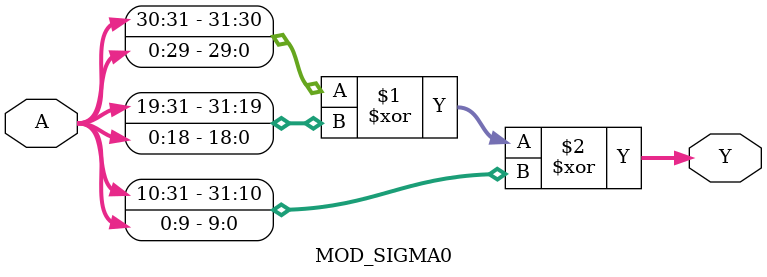
<source format=v>
module MOD_SIGMA0(
    input [0:31] A,
    output [0:31] Y
);

assign Y = {A[30:31], A[0:29]} ^ {A[19:31], A[0:18]} ^ {A[10:31], A[0:9]};

endmodule

</source>
